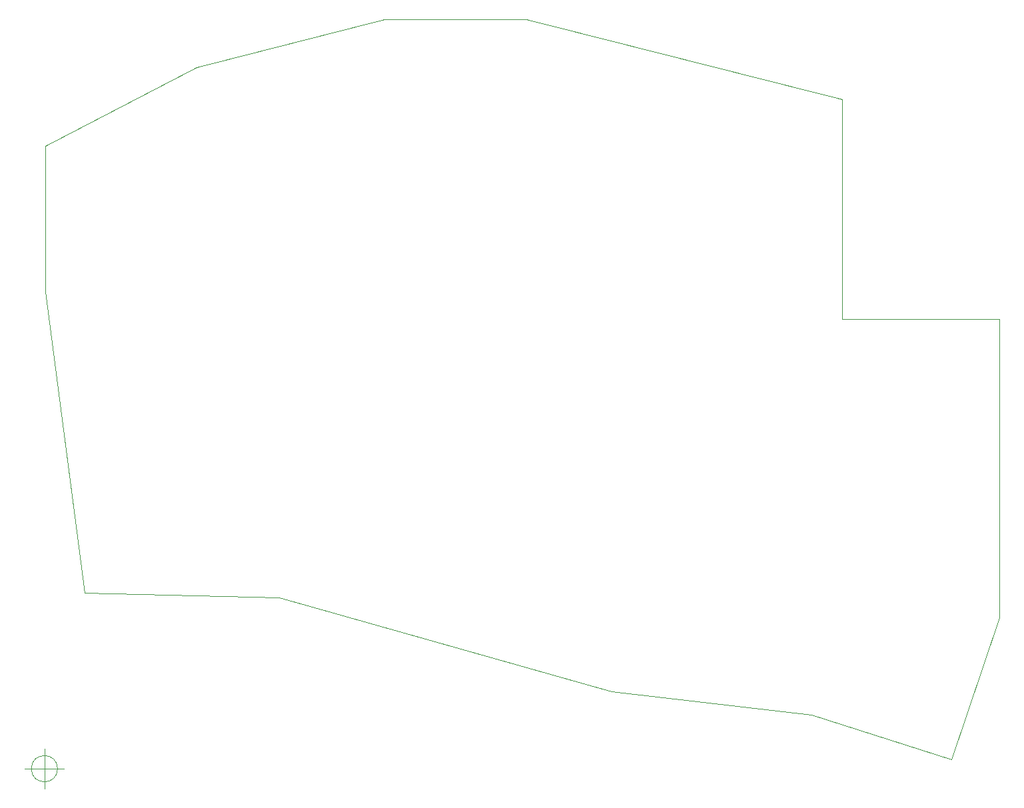
<source format=gm1>
%TF.GenerationSoftware,KiCad,Pcbnew,(6.0.7)*%
%TF.CreationDate,2022-09-23T16:12:31+09:00*%
%TF.ProjectId,selen-full,73656c65-6e2d-4667-956c-6c2e6b696361,rev?*%
%TF.SameCoordinates,Original*%
%TF.FileFunction,Profile,NP*%
%FSLAX46Y46*%
G04 Gerber Fmt 4.6, Leading zero omitted, Abs format (unit mm)*
G04 Created by KiCad (PCBNEW (6.0.7)) date 2022-09-23 16:12:31*
%MOMM*%
%LPD*%
G01*
G04 APERTURE LIST*
%TA.AperFunction,Profile*%
%ADD10C,0.100000*%
%TD*%
G04 APERTURE END LIST*
D10*
X192090000Y-64910801D02*
X192090000Y-92882801D01*
X212090000Y-92882801D01*
X212090000Y-130810000D01*
X205994000Y-148844000D01*
X188214000Y-143160801D01*
X162814000Y-140208000D01*
X120549104Y-128229704D01*
X95848000Y-127680801D01*
X90840000Y-89410801D01*
X90827500Y-70848301D01*
X110072000Y-60878801D01*
X133965000Y-54782801D01*
X151982000Y-54782801D01*
X192090000Y-64910801D01*
X92416666Y-150000000D02*
G75*
G03*
X92416666Y-150000000I-1666666J0D01*
G01*
X88250000Y-150000000D02*
X93250000Y-150000000D01*
X90750000Y-147500000D02*
X90750000Y-152500000D01*
M02*

</source>
